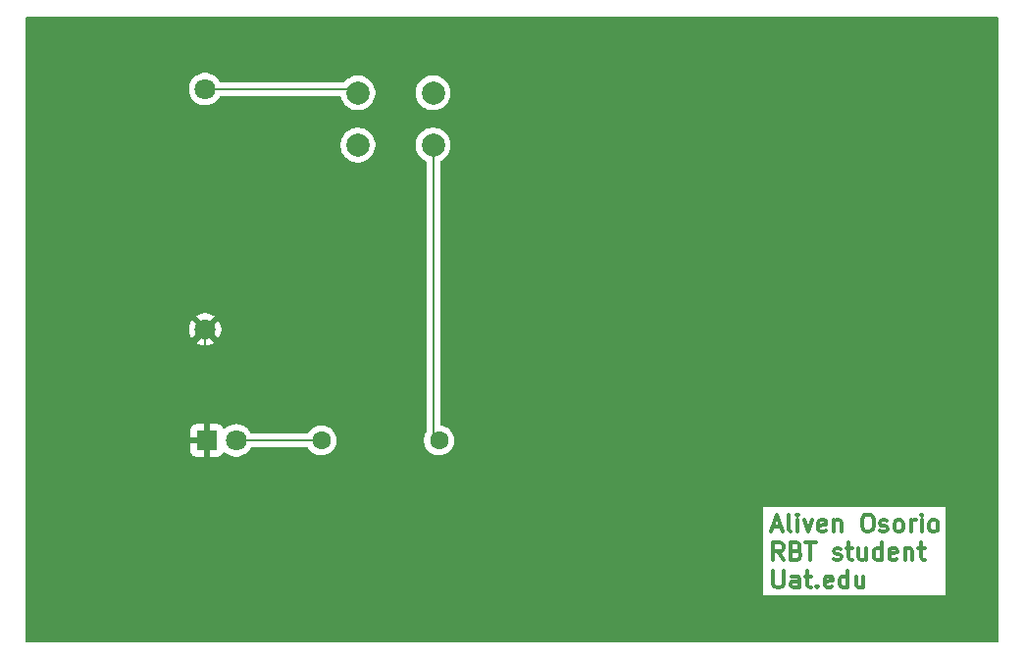
<source format=gbr>
%TF.GenerationSoftware,KiCad,Pcbnew,9.0.6*%
%TF.CreationDate,2025-11-19T14:38:16-07:00*%
%TF.ProjectId,PCB card,50434220-6361-4726-942e-6b696361645f,rev?*%
%TF.SameCoordinates,Original*%
%TF.FileFunction,Copper,L1,Top*%
%TF.FilePolarity,Positive*%
%FSLAX46Y46*%
G04 Gerber Fmt 4.6, Leading zero omitted, Abs format (unit mm)*
G04 Created by KiCad (PCBNEW 9.0.6) date 2025-11-19 14:38:16*
%MOMM*%
%LPD*%
G01*
G04 APERTURE LIST*
%ADD10C,0.300000*%
%TA.AperFunction,NonConductor*%
%ADD11C,0.300000*%
%TD*%
%TA.AperFunction,ComponentPad*%
%ADD12C,2.000000*%
%TD*%
%TA.AperFunction,ComponentPad*%
%ADD13C,1.600000*%
%TD*%
%TA.AperFunction,ComponentPad*%
%ADD14R,1.800000X1.800000*%
%TD*%
%TA.AperFunction,ComponentPad*%
%ADD15C,1.800000*%
%TD*%
%TA.AperFunction,Conductor*%
%ADD16C,0.200000*%
%TD*%
G04 APERTURE END LIST*
D10*
D11*
X114983082Y-94542425D02*
X115697368Y-94542425D01*
X114840225Y-94970996D02*
X115340225Y-93470996D01*
X115340225Y-93470996D02*
X115840225Y-94970996D01*
X116554510Y-94970996D02*
X116411653Y-94899568D01*
X116411653Y-94899568D02*
X116340224Y-94756710D01*
X116340224Y-94756710D02*
X116340224Y-93470996D01*
X117125938Y-94970996D02*
X117125938Y-93970996D01*
X117125938Y-93470996D02*
X117054510Y-93542425D01*
X117054510Y-93542425D02*
X117125938Y-93613853D01*
X117125938Y-93613853D02*
X117197367Y-93542425D01*
X117197367Y-93542425D02*
X117125938Y-93470996D01*
X117125938Y-93470996D02*
X117125938Y-93613853D01*
X117697367Y-93970996D02*
X118054510Y-94970996D01*
X118054510Y-94970996D02*
X118411653Y-93970996D01*
X119554510Y-94899568D02*
X119411653Y-94970996D01*
X119411653Y-94970996D02*
X119125939Y-94970996D01*
X119125939Y-94970996D02*
X118983081Y-94899568D01*
X118983081Y-94899568D02*
X118911653Y-94756710D01*
X118911653Y-94756710D02*
X118911653Y-94185282D01*
X118911653Y-94185282D02*
X118983081Y-94042425D01*
X118983081Y-94042425D02*
X119125939Y-93970996D01*
X119125939Y-93970996D02*
X119411653Y-93970996D01*
X119411653Y-93970996D02*
X119554510Y-94042425D01*
X119554510Y-94042425D02*
X119625939Y-94185282D01*
X119625939Y-94185282D02*
X119625939Y-94328139D01*
X119625939Y-94328139D02*
X118911653Y-94470996D01*
X120268795Y-93970996D02*
X120268795Y-94970996D01*
X120268795Y-94113853D02*
X120340224Y-94042425D01*
X120340224Y-94042425D02*
X120483081Y-93970996D01*
X120483081Y-93970996D02*
X120697367Y-93970996D01*
X120697367Y-93970996D02*
X120840224Y-94042425D01*
X120840224Y-94042425D02*
X120911653Y-94185282D01*
X120911653Y-94185282D02*
X120911653Y-94970996D01*
X123054510Y-93470996D02*
X123340224Y-93470996D01*
X123340224Y-93470996D02*
X123483081Y-93542425D01*
X123483081Y-93542425D02*
X123625938Y-93685282D01*
X123625938Y-93685282D02*
X123697367Y-93970996D01*
X123697367Y-93970996D02*
X123697367Y-94470996D01*
X123697367Y-94470996D02*
X123625938Y-94756710D01*
X123625938Y-94756710D02*
X123483081Y-94899568D01*
X123483081Y-94899568D02*
X123340224Y-94970996D01*
X123340224Y-94970996D02*
X123054510Y-94970996D01*
X123054510Y-94970996D02*
X122911653Y-94899568D01*
X122911653Y-94899568D02*
X122768795Y-94756710D01*
X122768795Y-94756710D02*
X122697367Y-94470996D01*
X122697367Y-94470996D02*
X122697367Y-93970996D01*
X122697367Y-93970996D02*
X122768795Y-93685282D01*
X122768795Y-93685282D02*
X122911653Y-93542425D01*
X122911653Y-93542425D02*
X123054510Y-93470996D01*
X124268796Y-94899568D02*
X124411653Y-94970996D01*
X124411653Y-94970996D02*
X124697367Y-94970996D01*
X124697367Y-94970996D02*
X124840224Y-94899568D01*
X124840224Y-94899568D02*
X124911653Y-94756710D01*
X124911653Y-94756710D02*
X124911653Y-94685282D01*
X124911653Y-94685282D02*
X124840224Y-94542425D01*
X124840224Y-94542425D02*
X124697367Y-94470996D01*
X124697367Y-94470996D02*
X124483082Y-94470996D01*
X124483082Y-94470996D02*
X124340224Y-94399568D01*
X124340224Y-94399568D02*
X124268796Y-94256710D01*
X124268796Y-94256710D02*
X124268796Y-94185282D01*
X124268796Y-94185282D02*
X124340224Y-94042425D01*
X124340224Y-94042425D02*
X124483082Y-93970996D01*
X124483082Y-93970996D02*
X124697367Y-93970996D01*
X124697367Y-93970996D02*
X124840224Y-94042425D01*
X125768796Y-94970996D02*
X125625939Y-94899568D01*
X125625939Y-94899568D02*
X125554510Y-94828139D01*
X125554510Y-94828139D02*
X125483082Y-94685282D01*
X125483082Y-94685282D02*
X125483082Y-94256710D01*
X125483082Y-94256710D02*
X125554510Y-94113853D01*
X125554510Y-94113853D02*
X125625939Y-94042425D01*
X125625939Y-94042425D02*
X125768796Y-93970996D01*
X125768796Y-93970996D02*
X125983082Y-93970996D01*
X125983082Y-93970996D02*
X126125939Y-94042425D01*
X126125939Y-94042425D02*
X126197368Y-94113853D01*
X126197368Y-94113853D02*
X126268796Y-94256710D01*
X126268796Y-94256710D02*
X126268796Y-94685282D01*
X126268796Y-94685282D02*
X126197368Y-94828139D01*
X126197368Y-94828139D02*
X126125939Y-94899568D01*
X126125939Y-94899568D02*
X125983082Y-94970996D01*
X125983082Y-94970996D02*
X125768796Y-94970996D01*
X126911653Y-94970996D02*
X126911653Y-93970996D01*
X126911653Y-94256710D02*
X126983082Y-94113853D01*
X126983082Y-94113853D02*
X127054511Y-94042425D01*
X127054511Y-94042425D02*
X127197368Y-93970996D01*
X127197368Y-93970996D02*
X127340225Y-93970996D01*
X127840224Y-94970996D02*
X127840224Y-93970996D01*
X127840224Y-93470996D02*
X127768796Y-93542425D01*
X127768796Y-93542425D02*
X127840224Y-93613853D01*
X127840224Y-93613853D02*
X127911653Y-93542425D01*
X127911653Y-93542425D02*
X127840224Y-93470996D01*
X127840224Y-93470996D02*
X127840224Y-93613853D01*
X128768796Y-94970996D02*
X128625939Y-94899568D01*
X128625939Y-94899568D02*
X128554510Y-94828139D01*
X128554510Y-94828139D02*
X128483082Y-94685282D01*
X128483082Y-94685282D02*
X128483082Y-94256710D01*
X128483082Y-94256710D02*
X128554510Y-94113853D01*
X128554510Y-94113853D02*
X128625939Y-94042425D01*
X128625939Y-94042425D02*
X128768796Y-93970996D01*
X128768796Y-93970996D02*
X128983082Y-93970996D01*
X128983082Y-93970996D02*
X129125939Y-94042425D01*
X129125939Y-94042425D02*
X129197368Y-94113853D01*
X129197368Y-94113853D02*
X129268796Y-94256710D01*
X129268796Y-94256710D02*
X129268796Y-94685282D01*
X129268796Y-94685282D02*
X129197368Y-94828139D01*
X129197368Y-94828139D02*
X129125939Y-94899568D01*
X129125939Y-94899568D02*
X128983082Y-94970996D01*
X128983082Y-94970996D02*
X128768796Y-94970996D01*
X115911653Y-97385912D02*
X115411653Y-96671626D01*
X115054510Y-97385912D02*
X115054510Y-95885912D01*
X115054510Y-95885912D02*
X115625939Y-95885912D01*
X115625939Y-95885912D02*
X115768796Y-95957341D01*
X115768796Y-95957341D02*
X115840225Y-96028769D01*
X115840225Y-96028769D02*
X115911653Y-96171626D01*
X115911653Y-96171626D02*
X115911653Y-96385912D01*
X115911653Y-96385912D02*
X115840225Y-96528769D01*
X115840225Y-96528769D02*
X115768796Y-96600198D01*
X115768796Y-96600198D02*
X115625939Y-96671626D01*
X115625939Y-96671626D02*
X115054510Y-96671626D01*
X117054510Y-96600198D02*
X117268796Y-96671626D01*
X117268796Y-96671626D02*
X117340225Y-96743055D01*
X117340225Y-96743055D02*
X117411653Y-96885912D01*
X117411653Y-96885912D02*
X117411653Y-97100198D01*
X117411653Y-97100198D02*
X117340225Y-97243055D01*
X117340225Y-97243055D02*
X117268796Y-97314484D01*
X117268796Y-97314484D02*
X117125939Y-97385912D01*
X117125939Y-97385912D02*
X116554510Y-97385912D01*
X116554510Y-97385912D02*
X116554510Y-95885912D01*
X116554510Y-95885912D02*
X117054510Y-95885912D01*
X117054510Y-95885912D02*
X117197368Y-95957341D01*
X117197368Y-95957341D02*
X117268796Y-96028769D01*
X117268796Y-96028769D02*
X117340225Y-96171626D01*
X117340225Y-96171626D02*
X117340225Y-96314484D01*
X117340225Y-96314484D02*
X117268796Y-96457341D01*
X117268796Y-96457341D02*
X117197368Y-96528769D01*
X117197368Y-96528769D02*
X117054510Y-96600198D01*
X117054510Y-96600198D02*
X116554510Y-96600198D01*
X117840225Y-95885912D02*
X118697368Y-95885912D01*
X118268796Y-97385912D02*
X118268796Y-95885912D01*
X120268796Y-97314484D02*
X120411653Y-97385912D01*
X120411653Y-97385912D02*
X120697367Y-97385912D01*
X120697367Y-97385912D02*
X120840224Y-97314484D01*
X120840224Y-97314484D02*
X120911653Y-97171626D01*
X120911653Y-97171626D02*
X120911653Y-97100198D01*
X120911653Y-97100198D02*
X120840224Y-96957341D01*
X120840224Y-96957341D02*
X120697367Y-96885912D01*
X120697367Y-96885912D02*
X120483082Y-96885912D01*
X120483082Y-96885912D02*
X120340224Y-96814484D01*
X120340224Y-96814484D02*
X120268796Y-96671626D01*
X120268796Y-96671626D02*
X120268796Y-96600198D01*
X120268796Y-96600198D02*
X120340224Y-96457341D01*
X120340224Y-96457341D02*
X120483082Y-96385912D01*
X120483082Y-96385912D02*
X120697367Y-96385912D01*
X120697367Y-96385912D02*
X120840224Y-96457341D01*
X121340225Y-96385912D02*
X121911653Y-96385912D01*
X121554510Y-95885912D02*
X121554510Y-97171626D01*
X121554510Y-97171626D02*
X121625939Y-97314484D01*
X121625939Y-97314484D02*
X121768796Y-97385912D01*
X121768796Y-97385912D02*
X121911653Y-97385912D01*
X123054511Y-96385912D02*
X123054511Y-97385912D01*
X122411653Y-96385912D02*
X122411653Y-97171626D01*
X122411653Y-97171626D02*
X122483082Y-97314484D01*
X122483082Y-97314484D02*
X122625939Y-97385912D01*
X122625939Y-97385912D02*
X122840225Y-97385912D01*
X122840225Y-97385912D02*
X122983082Y-97314484D01*
X122983082Y-97314484D02*
X123054511Y-97243055D01*
X124411654Y-97385912D02*
X124411654Y-95885912D01*
X124411654Y-97314484D02*
X124268796Y-97385912D01*
X124268796Y-97385912D02*
X123983082Y-97385912D01*
X123983082Y-97385912D02*
X123840225Y-97314484D01*
X123840225Y-97314484D02*
X123768796Y-97243055D01*
X123768796Y-97243055D02*
X123697368Y-97100198D01*
X123697368Y-97100198D02*
X123697368Y-96671626D01*
X123697368Y-96671626D02*
X123768796Y-96528769D01*
X123768796Y-96528769D02*
X123840225Y-96457341D01*
X123840225Y-96457341D02*
X123983082Y-96385912D01*
X123983082Y-96385912D02*
X124268796Y-96385912D01*
X124268796Y-96385912D02*
X124411654Y-96457341D01*
X125697368Y-97314484D02*
X125554511Y-97385912D01*
X125554511Y-97385912D02*
X125268797Y-97385912D01*
X125268797Y-97385912D02*
X125125939Y-97314484D01*
X125125939Y-97314484D02*
X125054511Y-97171626D01*
X125054511Y-97171626D02*
X125054511Y-96600198D01*
X125054511Y-96600198D02*
X125125939Y-96457341D01*
X125125939Y-96457341D02*
X125268797Y-96385912D01*
X125268797Y-96385912D02*
X125554511Y-96385912D01*
X125554511Y-96385912D02*
X125697368Y-96457341D01*
X125697368Y-96457341D02*
X125768797Y-96600198D01*
X125768797Y-96600198D02*
X125768797Y-96743055D01*
X125768797Y-96743055D02*
X125054511Y-96885912D01*
X126411653Y-96385912D02*
X126411653Y-97385912D01*
X126411653Y-96528769D02*
X126483082Y-96457341D01*
X126483082Y-96457341D02*
X126625939Y-96385912D01*
X126625939Y-96385912D02*
X126840225Y-96385912D01*
X126840225Y-96385912D02*
X126983082Y-96457341D01*
X126983082Y-96457341D02*
X127054511Y-96600198D01*
X127054511Y-96600198D02*
X127054511Y-97385912D01*
X127554511Y-96385912D02*
X128125939Y-96385912D01*
X127768796Y-95885912D02*
X127768796Y-97171626D01*
X127768796Y-97171626D02*
X127840225Y-97314484D01*
X127840225Y-97314484D02*
X127983082Y-97385912D01*
X127983082Y-97385912D02*
X128125939Y-97385912D01*
X115054510Y-98300828D02*
X115054510Y-99515114D01*
X115054510Y-99515114D02*
X115125939Y-99657971D01*
X115125939Y-99657971D02*
X115197368Y-99729400D01*
X115197368Y-99729400D02*
X115340225Y-99800828D01*
X115340225Y-99800828D02*
X115625939Y-99800828D01*
X115625939Y-99800828D02*
X115768796Y-99729400D01*
X115768796Y-99729400D02*
X115840225Y-99657971D01*
X115840225Y-99657971D02*
X115911653Y-99515114D01*
X115911653Y-99515114D02*
X115911653Y-98300828D01*
X117268797Y-99800828D02*
X117268797Y-99015114D01*
X117268797Y-99015114D02*
X117197368Y-98872257D01*
X117197368Y-98872257D02*
X117054511Y-98800828D01*
X117054511Y-98800828D02*
X116768797Y-98800828D01*
X116768797Y-98800828D02*
X116625939Y-98872257D01*
X117268797Y-99729400D02*
X117125939Y-99800828D01*
X117125939Y-99800828D02*
X116768797Y-99800828D01*
X116768797Y-99800828D02*
X116625939Y-99729400D01*
X116625939Y-99729400D02*
X116554511Y-99586542D01*
X116554511Y-99586542D02*
X116554511Y-99443685D01*
X116554511Y-99443685D02*
X116625939Y-99300828D01*
X116625939Y-99300828D02*
X116768797Y-99229400D01*
X116768797Y-99229400D02*
X117125939Y-99229400D01*
X117125939Y-99229400D02*
X117268797Y-99157971D01*
X117768797Y-98800828D02*
X118340225Y-98800828D01*
X117983082Y-98300828D02*
X117983082Y-99586542D01*
X117983082Y-99586542D02*
X118054511Y-99729400D01*
X118054511Y-99729400D02*
X118197368Y-99800828D01*
X118197368Y-99800828D02*
X118340225Y-99800828D01*
X118840225Y-99657971D02*
X118911654Y-99729400D01*
X118911654Y-99729400D02*
X118840225Y-99800828D01*
X118840225Y-99800828D02*
X118768797Y-99729400D01*
X118768797Y-99729400D02*
X118840225Y-99657971D01*
X118840225Y-99657971D02*
X118840225Y-99800828D01*
X120125940Y-99729400D02*
X119983083Y-99800828D01*
X119983083Y-99800828D02*
X119697369Y-99800828D01*
X119697369Y-99800828D02*
X119554511Y-99729400D01*
X119554511Y-99729400D02*
X119483083Y-99586542D01*
X119483083Y-99586542D02*
X119483083Y-99015114D01*
X119483083Y-99015114D02*
X119554511Y-98872257D01*
X119554511Y-98872257D02*
X119697369Y-98800828D01*
X119697369Y-98800828D02*
X119983083Y-98800828D01*
X119983083Y-98800828D02*
X120125940Y-98872257D01*
X120125940Y-98872257D02*
X120197369Y-99015114D01*
X120197369Y-99015114D02*
X120197369Y-99157971D01*
X120197369Y-99157971D02*
X119483083Y-99300828D01*
X121483083Y-99800828D02*
X121483083Y-98300828D01*
X121483083Y-99729400D02*
X121340225Y-99800828D01*
X121340225Y-99800828D02*
X121054511Y-99800828D01*
X121054511Y-99800828D02*
X120911654Y-99729400D01*
X120911654Y-99729400D02*
X120840225Y-99657971D01*
X120840225Y-99657971D02*
X120768797Y-99515114D01*
X120768797Y-99515114D02*
X120768797Y-99086542D01*
X120768797Y-99086542D02*
X120840225Y-98943685D01*
X120840225Y-98943685D02*
X120911654Y-98872257D01*
X120911654Y-98872257D02*
X121054511Y-98800828D01*
X121054511Y-98800828D02*
X121340225Y-98800828D01*
X121340225Y-98800828D02*
X121483083Y-98872257D01*
X122840226Y-98800828D02*
X122840226Y-99800828D01*
X122197368Y-98800828D02*
X122197368Y-99586542D01*
X122197368Y-99586542D02*
X122268797Y-99729400D01*
X122268797Y-99729400D02*
X122411654Y-99800828D01*
X122411654Y-99800828D02*
X122625940Y-99800828D01*
X122625940Y-99800828D02*
X122768797Y-99729400D01*
X122768797Y-99729400D02*
X122840226Y-99657971D01*
D12*
%TO.P,SW1,1,1*%
%TO.N,Net-(BT1-+)*%
X79185000Y-57075000D03*
X85685000Y-57075000D03*
%TO.P,SW1,2,2*%
%TO.N,Net-(R1-Pad1)*%
X79185000Y-61575000D03*
X85685000Y-61575000D03*
%TD*%
D13*
%TO.P,R1,1*%
%TO.N,Net-(R1-Pad1)*%
X86185000Y-87075000D03*
%TO.P,R1,2*%
%TO.N,Net-(D1-A)*%
X76025000Y-87075000D03*
%TD*%
D14*
%TO.P,D1,1,K*%
%TO.N,Net-(BT1--)*%
X66145000Y-87075000D03*
D15*
%TO.P,D1,2,A*%
%TO.N,Net-(D1-A)*%
X68685000Y-87075000D03*
%TD*%
%TO.P,BT1,1,+*%
%TO.N,Net-(BT1-+)*%
X66000000Y-56750000D03*
%TO.P,BT1,2,-*%
%TO.N,Net-(BT1--)*%
X66000000Y-77500000D03*
%TD*%
D16*
%TO.N,Net-(D1-A)*%
X68685000Y-87075000D02*
X76025000Y-87075000D01*
%TO.N,Net-(BT1--)*%
X66000000Y-86930000D02*
X66145000Y-87075000D01*
X66000000Y-77500000D02*
X66000000Y-86930000D01*
%TO.N,Net-(R1-Pad1)*%
X85685000Y-86575000D02*
X86185000Y-87075000D01*
X85685000Y-61575000D02*
X85685000Y-86575000D01*
%TO.N,Net-(BT1-+)*%
X78860000Y-56750000D02*
X79185000Y-57075000D01*
X66000000Y-56750000D02*
X78860000Y-56750000D01*
%TD*%
%TA.AperFunction,Conductor*%
%TO.N,Net-(BT1--)*%
G36*
X134442539Y-50520185D02*
G01*
X134488294Y-50572989D01*
X134499500Y-50624500D01*
X134499500Y-104375500D01*
X134479815Y-104442539D01*
X134427011Y-104488294D01*
X134375500Y-104499500D01*
X50624500Y-104499500D01*
X50557461Y-104479815D01*
X50511706Y-104427011D01*
X50500500Y-104375500D01*
X50500500Y-100458053D01*
X114183000Y-100458053D01*
X129926021Y-100458053D01*
X129926021Y-92813771D01*
X114183000Y-92813771D01*
X114183000Y-100458053D01*
X50500500Y-100458053D01*
X50500500Y-86127155D01*
X64745000Y-86127155D01*
X64745000Y-86825000D01*
X65769722Y-86825000D01*
X65725667Y-86901306D01*
X65695000Y-87015756D01*
X65695000Y-87134244D01*
X65725667Y-87248694D01*
X65769722Y-87325000D01*
X64745000Y-87325000D01*
X64745000Y-88022844D01*
X64751401Y-88082372D01*
X64751403Y-88082379D01*
X64801645Y-88217086D01*
X64801649Y-88217093D01*
X64887809Y-88332187D01*
X64887812Y-88332190D01*
X65002906Y-88418350D01*
X65002913Y-88418354D01*
X65137620Y-88468596D01*
X65137627Y-88468598D01*
X65197155Y-88474999D01*
X65197172Y-88475000D01*
X65895000Y-88475000D01*
X65895000Y-87450277D01*
X65971306Y-87494333D01*
X66085756Y-87525000D01*
X66204244Y-87525000D01*
X66318694Y-87494333D01*
X66395000Y-87450277D01*
X66395000Y-88475000D01*
X67092828Y-88475000D01*
X67092844Y-88474999D01*
X67152372Y-88468598D01*
X67152379Y-88468596D01*
X67287086Y-88418354D01*
X67287093Y-88418350D01*
X67402187Y-88332190D01*
X67402190Y-88332187D01*
X67488350Y-88217093D01*
X67488354Y-88217086D01*
X67518213Y-88137031D01*
X67560084Y-88081097D01*
X67625548Y-88056680D01*
X67693821Y-88071531D01*
X67722076Y-88092683D01*
X67772636Y-88143243D01*
X67772641Y-88143247D01*
X67928192Y-88256260D01*
X67950978Y-88272815D01*
X68067501Y-88332187D01*
X68147393Y-88372895D01*
X68147396Y-88372896D01*
X68252221Y-88406955D01*
X68357049Y-88441015D01*
X68574778Y-88475500D01*
X68574779Y-88475500D01*
X68795221Y-88475500D01*
X68795222Y-88475500D01*
X69012951Y-88441015D01*
X69222606Y-88372895D01*
X69419022Y-88272815D01*
X69597365Y-88143242D01*
X69753242Y-87987365D01*
X69882815Y-87809022D01*
X69916352Y-87743204D01*
X69964326Y-87692409D01*
X70026836Y-87675500D01*
X74795398Y-87675500D01*
X74862437Y-87695185D01*
X74905883Y-87743205D01*
X74912715Y-87756614D01*
X75033028Y-87922213D01*
X75177786Y-88066971D01*
X75332749Y-88179556D01*
X75343390Y-88187287D01*
X75459607Y-88246503D01*
X75525776Y-88280218D01*
X75525778Y-88280218D01*
X75525781Y-88280220D01*
X75630137Y-88314127D01*
X75720465Y-88343477D01*
X75821557Y-88359488D01*
X75922648Y-88375500D01*
X75922649Y-88375500D01*
X76127351Y-88375500D01*
X76127352Y-88375500D01*
X76329534Y-88343477D01*
X76524219Y-88280220D01*
X76706610Y-88187287D01*
X76799590Y-88119732D01*
X76872213Y-88066971D01*
X76872215Y-88066968D01*
X76872219Y-88066966D01*
X77016966Y-87922219D01*
X77016968Y-87922215D01*
X77016971Y-87922213D01*
X77099207Y-87809023D01*
X77137287Y-87756610D01*
X77230220Y-87574219D01*
X77293477Y-87379534D01*
X77325500Y-87177352D01*
X77325500Y-86972648D01*
X77293477Y-86770465D01*
X77264127Y-86680137D01*
X77230220Y-86575781D01*
X77230218Y-86575778D01*
X77230218Y-86575776D01*
X77196503Y-86509607D01*
X77137287Y-86393390D01*
X77099208Y-86340978D01*
X77016971Y-86227786D01*
X76872213Y-86083028D01*
X76706613Y-85962715D01*
X76706612Y-85962714D01*
X76706610Y-85962713D01*
X76648111Y-85932906D01*
X76524223Y-85869781D01*
X76329534Y-85806522D01*
X76143799Y-85777105D01*
X76127352Y-85774500D01*
X75922648Y-85774500D01*
X75906201Y-85777105D01*
X75720465Y-85806522D01*
X75525776Y-85869781D01*
X75343386Y-85962715D01*
X75177786Y-86083028D01*
X75033028Y-86227786D01*
X74912715Y-86393385D01*
X74905883Y-86406795D01*
X74857909Y-86457591D01*
X74795398Y-86474500D01*
X70026836Y-86474500D01*
X69959797Y-86454815D01*
X69916352Y-86406796D01*
X69882814Y-86340976D01*
X69753247Y-86162641D01*
X69753243Y-86162636D01*
X69597363Y-86006756D01*
X69597358Y-86006752D01*
X69419025Y-85877187D01*
X69419024Y-85877186D01*
X69419022Y-85877185D01*
X69356096Y-85845122D01*
X69222606Y-85777104D01*
X69222603Y-85777103D01*
X69012952Y-85708985D01*
X68904086Y-85691742D01*
X68795222Y-85674500D01*
X68574778Y-85674500D01*
X68502201Y-85685995D01*
X68357047Y-85708985D01*
X68147396Y-85777103D01*
X68147393Y-85777104D01*
X67950974Y-85877187D01*
X67772641Y-86006752D01*
X67772636Y-86006756D01*
X67722075Y-86057317D01*
X67660752Y-86090801D01*
X67591060Y-86085816D01*
X67535127Y-86043945D01*
X67518213Y-86012968D01*
X67488354Y-85932913D01*
X67488350Y-85932906D01*
X67402190Y-85817812D01*
X67402187Y-85817809D01*
X67287093Y-85731649D01*
X67287086Y-85731645D01*
X67152379Y-85681403D01*
X67152372Y-85681401D01*
X67092844Y-85675000D01*
X66395000Y-85675000D01*
X66395000Y-86699722D01*
X66318694Y-86655667D01*
X66204244Y-86625000D01*
X66085756Y-86625000D01*
X65971306Y-86655667D01*
X65895000Y-86699722D01*
X65895000Y-85675000D01*
X65197155Y-85675000D01*
X65137627Y-85681401D01*
X65137620Y-85681403D01*
X65002913Y-85731645D01*
X65002906Y-85731649D01*
X64887812Y-85817809D01*
X64887809Y-85817812D01*
X64801649Y-85932906D01*
X64801645Y-85932913D01*
X64751403Y-86067620D01*
X64751401Y-86067627D01*
X64745000Y-86127155D01*
X50500500Y-86127155D01*
X50500500Y-77389818D01*
X64600000Y-77389818D01*
X64600000Y-77610181D01*
X64634473Y-77827835D01*
X64702567Y-78037410D01*
X64802611Y-78233756D01*
X64848932Y-78297513D01*
X65517037Y-77629408D01*
X65534075Y-77692993D01*
X65599901Y-77807007D01*
X65692993Y-77900099D01*
X65807007Y-77965925D01*
X65870590Y-77982962D01*
X65202485Y-78651065D01*
X65202485Y-78651066D01*
X65266243Y-78697388D01*
X65462589Y-78797432D01*
X65672164Y-78865526D01*
X65889819Y-78900000D01*
X66110181Y-78900000D01*
X66327835Y-78865526D01*
X66537410Y-78797432D01*
X66733760Y-78697386D01*
X66797513Y-78651066D01*
X66797514Y-78651066D01*
X66129409Y-77982962D01*
X66192993Y-77965925D01*
X66307007Y-77900099D01*
X66400099Y-77807007D01*
X66465925Y-77692993D01*
X66482962Y-77629410D01*
X67151066Y-78297514D01*
X67151066Y-78297513D01*
X67197386Y-78233760D01*
X67297432Y-78037410D01*
X67365526Y-77827835D01*
X67400000Y-77610181D01*
X67400000Y-77389818D01*
X67365526Y-77172164D01*
X67297432Y-76962589D01*
X67197388Y-76766243D01*
X67151066Y-76702485D01*
X67151065Y-76702485D01*
X66482962Y-77370589D01*
X66465925Y-77307007D01*
X66400099Y-77192993D01*
X66307007Y-77099901D01*
X66192993Y-77034075D01*
X66129407Y-77017037D01*
X66797513Y-76348932D01*
X66733756Y-76302611D01*
X66537410Y-76202567D01*
X66327835Y-76134473D01*
X66110181Y-76100000D01*
X65889819Y-76100000D01*
X65672164Y-76134473D01*
X65462589Y-76202567D01*
X65266233Y-76302616D01*
X65202485Y-76348931D01*
X65202485Y-76348932D01*
X65870590Y-77017037D01*
X65807007Y-77034075D01*
X65692993Y-77099901D01*
X65599901Y-77192993D01*
X65534075Y-77307007D01*
X65517037Y-77370590D01*
X64848932Y-76702485D01*
X64848931Y-76702485D01*
X64802616Y-76766233D01*
X64702567Y-76962589D01*
X64634473Y-77172164D01*
X64600000Y-77389818D01*
X50500500Y-77389818D01*
X50500500Y-61456902D01*
X77684500Y-61456902D01*
X77684500Y-61693097D01*
X77721446Y-61926368D01*
X77794433Y-62150996D01*
X77901657Y-62361433D01*
X78040483Y-62552510D01*
X78207490Y-62719517D01*
X78398567Y-62858343D01*
X78497991Y-62909002D01*
X78609003Y-62965566D01*
X78609005Y-62965566D01*
X78609008Y-62965568D01*
X78729412Y-63004689D01*
X78833631Y-63038553D01*
X79066903Y-63075500D01*
X79066908Y-63075500D01*
X79303097Y-63075500D01*
X79536368Y-63038553D01*
X79565563Y-63029067D01*
X79760992Y-62965568D01*
X79971433Y-62858343D01*
X80162510Y-62719517D01*
X80329517Y-62552510D01*
X80468343Y-62361433D01*
X80575568Y-62150992D01*
X80648553Y-61926368D01*
X80685500Y-61693097D01*
X80685500Y-61456902D01*
X84184500Y-61456902D01*
X84184500Y-61693097D01*
X84221446Y-61926368D01*
X84294433Y-62150996D01*
X84401657Y-62361433D01*
X84540483Y-62552510D01*
X84707490Y-62719517D01*
X84850797Y-62823636D01*
X84898568Y-62858344D01*
X84973177Y-62896358D01*
X85016794Y-62918582D01*
X85067590Y-62966556D01*
X85084500Y-63029067D01*
X85084500Y-86340487D01*
X85070985Y-86396780D01*
X85055642Y-86426892D01*
X84979781Y-86575776D01*
X84916522Y-86770465D01*
X84884500Y-86972648D01*
X84884500Y-87177351D01*
X84916522Y-87379534D01*
X84979781Y-87574223D01*
X85031385Y-87675500D01*
X85065882Y-87743204D01*
X85072715Y-87756613D01*
X85193028Y-87922213D01*
X85337786Y-88066971D01*
X85492749Y-88179556D01*
X85503390Y-88187287D01*
X85619607Y-88246503D01*
X85685776Y-88280218D01*
X85685778Y-88280218D01*
X85685781Y-88280220D01*
X85790137Y-88314127D01*
X85880465Y-88343477D01*
X85981557Y-88359488D01*
X86082648Y-88375500D01*
X86082649Y-88375500D01*
X86287351Y-88375500D01*
X86287352Y-88375500D01*
X86489534Y-88343477D01*
X86684219Y-88280220D01*
X86866610Y-88187287D01*
X86959590Y-88119732D01*
X87032213Y-88066971D01*
X87032215Y-88066968D01*
X87032219Y-88066966D01*
X87176966Y-87922219D01*
X87176968Y-87922215D01*
X87176971Y-87922213D01*
X87259207Y-87809023D01*
X87297287Y-87756610D01*
X87390220Y-87574219D01*
X87453477Y-87379534D01*
X87485500Y-87177352D01*
X87485500Y-86972648D01*
X87453477Y-86770465D01*
X87424127Y-86680137D01*
X87390220Y-86575781D01*
X87390218Y-86575778D01*
X87390218Y-86575776D01*
X87356503Y-86509607D01*
X87297287Y-86393390D01*
X87259208Y-86340978D01*
X87176971Y-86227786D01*
X87032213Y-86083028D01*
X86866613Y-85962715D01*
X86866612Y-85962714D01*
X86866610Y-85962713D01*
X86808111Y-85932906D01*
X86684223Y-85869781D01*
X86489534Y-85806522D01*
X86390102Y-85790774D01*
X86326967Y-85760845D01*
X86290036Y-85701533D01*
X86285500Y-85668301D01*
X86285500Y-63029067D01*
X86305185Y-62962028D01*
X86353205Y-62918582D01*
X86471433Y-62858343D01*
X86662510Y-62719517D01*
X86829517Y-62552510D01*
X86968343Y-62361433D01*
X87075568Y-62150992D01*
X87148553Y-61926368D01*
X87185500Y-61693097D01*
X87185500Y-61456902D01*
X87148553Y-61223631D01*
X87075566Y-60999003D01*
X86968342Y-60788566D01*
X86829517Y-60597490D01*
X86662510Y-60430483D01*
X86471433Y-60291657D01*
X86260996Y-60184433D01*
X86036368Y-60111446D01*
X85803097Y-60074500D01*
X85803092Y-60074500D01*
X85566908Y-60074500D01*
X85566903Y-60074500D01*
X85333631Y-60111446D01*
X85109003Y-60184433D01*
X84898566Y-60291657D01*
X84789550Y-60370862D01*
X84707490Y-60430483D01*
X84707488Y-60430485D01*
X84707487Y-60430485D01*
X84540485Y-60597487D01*
X84540485Y-60597488D01*
X84540483Y-60597490D01*
X84480862Y-60679550D01*
X84401657Y-60788566D01*
X84294433Y-60999003D01*
X84221446Y-61223631D01*
X84184500Y-61456902D01*
X80685500Y-61456902D01*
X80648553Y-61223631D01*
X80575566Y-60999003D01*
X80468342Y-60788566D01*
X80329517Y-60597490D01*
X80162510Y-60430483D01*
X79971433Y-60291657D01*
X79760996Y-60184433D01*
X79536368Y-60111446D01*
X79303097Y-60074500D01*
X79303092Y-60074500D01*
X79066908Y-60074500D01*
X79066903Y-60074500D01*
X78833631Y-60111446D01*
X78609003Y-60184433D01*
X78398566Y-60291657D01*
X78289550Y-60370862D01*
X78207490Y-60430483D01*
X78207488Y-60430485D01*
X78207487Y-60430485D01*
X78040485Y-60597487D01*
X78040485Y-60597488D01*
X78040483Y-60597490D01*
X77980862Y-60679550D01*
X77901657Y-60788566D01*
X77794433Y-60999003D01*
X77721446Y-61223631D01*
X77684500Y-61456902D01*
X50500500Y-61456902D01*
X50500500Y-56639778D01*
X64599500Y-56639778D01*
X64599500Y-56860221D01*
X64633985Y-57077952D01*
X64702103Y-57287603D01*
X64702104Y-57287606D01*
X64802187Y-57484025D01*
X64931752Y-57662358D01*
X64931756Y-57662363D01*
X65087636Y-57818243D01*
X65087641Y-57818247D01*
X65243192Y-57931260D01*
X65265978Y-57947815D01*
X65394375Y-58013237D01*
X65462393Y-58047895D01*
X65462396Y-58047896D01*
X65567221Y-58081955D01*
X65672049Y-58116015D01*
X65889778Y-58150500D01*
X65889779Y-58150500D01*
X66110221Y-58150500D01*
X66110222Y-58150500D01*
X66327951Y-58116015D01*
X66537606Y-58047895D01*
X66734022Y-57947815D01*
X66912365Y-57818242D01*
X67068242Y-57662365D01*
X67197815Y-57484022D01*
X67227192Y-57426368D01*
X67231352Y-57418204D01*
X67279326Y-57367409D01*
X67341836Y-57350500D01*
X77606704Y-57350500D01*
X77673743Y-57370185D01*
X77719498Y-57422989D01*
X77724635Y-57436181D01*
X77794433Y-57650996D01*
X77901657Y-57861433D01*
X78040483Y-58052510D01*
X78207490Y-58219517D01*
X78398567Y-58358343D01*
X78497991Y-58409002D01*
X78609003Y-58465566D01*
X78609005Y-58465566D01*
X78609008Y-58465568D01*
X78729412Y-58504689D01*
X78833631Y-58538553D01*
X79066903Y-58575500D01*
X79066908Y-58575500D01*
X79303097Y-58575500D01*
X79536368Y-58538553D01*
X79760992Y-58465568D01*
X79971433Y-58358343D01*
X80162510Y-58219517D01*
X80329517Y-58052510D01*
X80468343Y-57861433D01*
X80575568Y-57650992D01*
X80648553Y-57426368D01*
X80649846Y-57418204D01*
X80685500Y-57193097D01*
X80685500Y-56956902D01*
X84184500Y-56956902D01*
X84184500Y-57193097D01*
X84221446Y-57426368D01*
X84294433Y-57650996D01*
X84401657Y-57861433D01*
X84540483Y-58052510D01*
X84707490Y-58219517D01*
X84898567Y-58358343D01*
X84997991Y-58409002D01*
X85109003Y-58465566D01*
X85109005Y-58465566D01*
X85109008Y-58465568D01*
X85229412Y-58504689D01*
X85333631Y-58538553D01*
X85566903Y-58575500D01*
X85566908Y-58575500D01*
X85803097Y-58575500D01*
X86036368Y-58538553D01*
X86260992Y-58465568D01*
X86471433Y-58358343D01*
X86662510Y-58219517D01*
X86829517Y-58052510D01*
X86968343Y-57861433D01*
X87075568Y-57650992D01*
X87148553Y-57426368D01*
X87149846Y-57418204D01*
X87185500Y-57193097D01*
X87185500Y-56956902D01*
X87148553Y-56723631D01*
X87075566Y-56499003D01*
X86968342Y-56288566D01*
X86913001Y-56212396D01*
X86829517Y-56097490D01*
X86662510Y-55930483D01*
X86471433Y-55791657D01*
X86260996Y-55684433D01*
X86036368Y-55611446D01*
X85803097Y-55574500D01*
X85803092Y-55574500D01*
X85566908Y-55574500D01*
X85566903Y-55574500D01*
X85333631Y-55611446D01*
X85109003Y-55684433D01*
X84898566Y-55791657D01*
X84789550Y-55870862D01*
X84707490Y-55930483D01*
X84707488Y-55930485D01*
X84707487Y-55930485D01*
X84540485Y-56097487D01*
X84540485Y-56097488D01*
X84540483Y-56097490D01*
X84480862Y-56179550D01*
X84401657Y-56288566D01*
X84294433Y-56499003D01*
X84221446Y-56723631D01*
X84184500Y-56956902D01*
X80685500Y-56956902D01*
X80648553Y-56723631D01*
X80575566Y-56499003D01*
X80468342Y-56288566D01*
X80413001Y-56212396D01*
X80329517Y-56097490D01*
X80162510Y-55930483D01*
X79971433Y-55791657D01*
X79760996Y-55684433D01*
X79536368Y-55611446D01*
X79303097Y-55574500D01*
X79303092Y-55574500D01*
X79066908Y-55574500D01*
X79066903Y-55574500D01*
X78833631Y-55611446D01*
X78609003Y-55684433D01*
X78398566Y-55791657D01*
X78289550Y-55870862D01*
X78207490Y-55930483D01*
X78207488Y-55930485D01*
X78207487Y-55930485D01*
X78040485Y-56097487D01*
X78040482Y-56097491D01*
X78039836Y-56098381D01*
X78039503Y-56098637D01*
X78037319Y-56101195D01*
X78036781Y-56100736D01*
X77984508Y-56141049D01*
X77939515Y-56149500D01*
X67341836Y-56149500D01*
X67274797Y-56129815D01*
X67231352Y-56081796D01*
X67197814Y-56015976D01*
X67068247Y-55837641D01*
X67068243Y-55837636D01*
X66912363Y-55681756D01*
X66912358Y-55681752D01*
X66734025Y-55552187D01*
X66734024Y-55552186D01*
X66734022Y-55552185D01*
X66671096Y-55520122D01*
X66537606Y-55452104D01*
X66537603Y-55452103D01*
X66327952Y-55383985D01*
X66219086Y-55366742D01*
X66110222Y-55349500D01*
X65889778Y-55349500D01*
X65817201Y-55360995D01*
X65672047Y-55383985D01*
X65462396Y-55452103D01*
X65462393Y-55452104D01*
X65265974Y-55552187D01*
X65087641Y-55681752D01*
X65087636Y-55681756D01*
X64931756Y-55837636D01*
X64931752Y-55837641D01*
X64802187Y-56015974D01*
X64702104Y-56212393D01*
X64702103Y-56212396D01*
X64633985Y-56422047D01*
X64599500Y-56639778D01*
X50500500Y-56639778D01*
X50500500Y-50624500D01*
X50520185Y-50557461D01*
X50572989Y-50511706D01*
X50624500Y-50500500D01*
X134375500Y-50500500D01*
X134442539Y-50520185D01*
G37*
%TD.AperFunction*%
%TD*%
M02*

</source>
